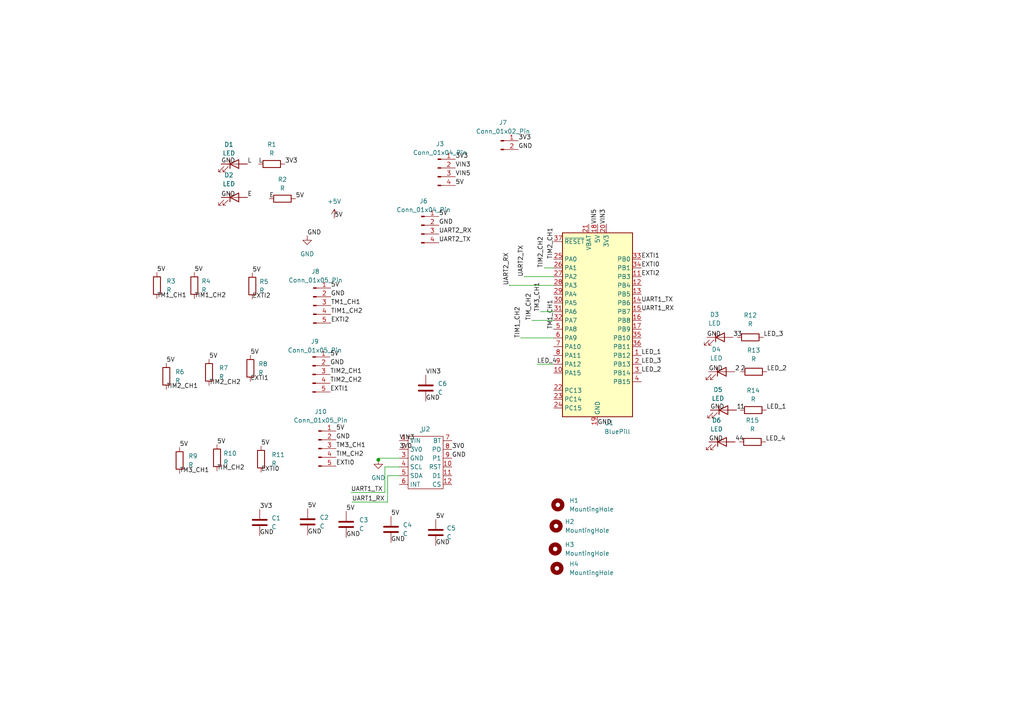
<source format=kicad_sch>
(kicad_sch (version 20230121) (generator eeschema)
  (paper "A4")
  (lib_symbols
    (symbol "Connector:Conn_01x02_Pin" (pin_names (offset 1.016) hide)
      (property "Reference" "J" (at 0 2.54 0))
      (property "Value" "Conn_01x02_Pin" (at 0 -5.08 0))
      (symbol "Conn_01x02_Pin_1_1"
        (polyline (pts (xy 1.27 -2.54) (xy 0.8636 -2.54)) (stroke (width 0.1524)))
        (polyline (pts (xy 1.27 0) (xy 0.8636 0)) (stroke (width 0.1524)))
        (rectangle (start 0.8636 -2.413) (end 0 -2.667) (stroke (width 0.1524)) (fill (type outline)))
        (rectangle (start 0.8636 0.127) (end 0 -0.127) (stroke (width 0.1524)) (fill (type outline)))
        (pin passive line (at 5.08 0 180) (length 3.81) (name "Pin_1") (number "1"))
        (pin passive line (at 5.08 -2.54 180) (length 3.81) (name "Pin_2") (number "2"))
      )
    )
    (symbol "Connector:Conn_01x04_Pin" (pin_names (offset 1.016) hide)
      (property "Reference" "J" (at 0 5.08 0))
      (property "Value" "Conn_01x04_Pin" (at 0 -7.62 0))
      (symbol "Conn_01x04_Pin_1_1"
        (polyline (pts (xy 1.27 -5.08) (xy 0.8636 -5.08)) (stroke (width 0.1524)))
        (polyline (pts (xy 1.27 -2.54) (xy 0.8636 -2.54)) (stroke (width 0.1524)))
        (polyline (pts (xy 1.27 0) (xy 0.8636 0)) (stroke (width 0.1524)))
        (polyline (pts (xy 1.27 2.54) (xy 0.8636 2.54)) (stroke (width 0.1524)))
        (rectangle (start 0.8636 -4.953) (end 0 -5.207) (stroke (width 0.1524)) (fill (type outline)))
        (rectangle (start 0.8636 -2.413) (end 0 -2.667) (stroke (width 0.1524)) (fill (type outline)))
        (rectangle (start 0.8636 0.127) (end 0 -0.127) (stroke (width 0.1524)) (fill (type outline)))
        (rectangle (start 0.8636 2.667) (end 0 2.413) (stroke (width 0.1524)) (fill (type outline)))
        (pin passive line (at 5.08 2.54 180) (length 3.81) (name "Pin_1") (number "1"))
        (pin passive line (at 5.08 0 180) (length 3.81) (name "Pin_2") (number "2"))
        (pin passive line (at 5.08 -2.54 180) (length 3.81) (name "Pin_3") (number "3"))
        (pin passive line (at 5.08 -5.08 180) (length 3.81) (name "Pin_4") (number "4"))
      )
    )
    (symbol "Connector:Conn_01x05_Pin" (pin_names (offset 1.016) hide)
      (property "Reference" "J" (at 0 7.62 0))
      (property "Value" "Conn_01x05_Pin" (at 0 -7.62 0))
      (symbol "Conn_01x05_Pin_1_1"
        (polyline (pts (xy 1.27 -5.08) (xy 0.8636 -5.08)) (stroke (width 0.1524)))
        (polyline (pts (xy 1.27 -2.54) (xy 0.8636 -2.54)) (stroke (width 0.1524)))
        (polyline (pts (xy 1.27 0) (xy 0.8636 0)) (stroke (width 0.1524)))
        (polyline (pts (xy 1.27 2.54) (xy 0.8636 2.54)) (stroke (width 0.1524)))
        (polyline (pts (xy 1.27 5.08) (xy 0.8636 5.08)) (stroke (width 0.1524)))
        (rectangle (start 0.8636 -4.953) (end 0 -5.207) (stroke (width 0.1524)) (fill (type outline)))
        (rectangle (start 0.8636 -2.413) (end 0 -2.667) (stroke (width 0.1524)) (fill (type outline)))
        (rectangle (start 0.8636 0.127) (end 0 -0.127) (stroke (width 0.1524)) (fill (type outline)))
        (rectangle (start 0.8636 2.667) (end 0 2.413) (stroke (width 0.1524)) (fill (type outline)))
        (rectangle (start 0.8636 5.207) (end 0 4.953) (stroke (width 0.1524)) (fill (type outline)))
        (pin passive line (at 5.08 5.08 180) (length 3.81) (name "Pin_1") (number "1"))
        (pin passive line (at 5.08 2.54 180) (length 3.81) (name "Pin_2") (number "2"))
        (pin passive line (at 5.08 0 180) (length 3.81) (name "Pin_3") (number "3"))
        (pin passive line (at 5.08 -2.54 180) (length 3.81) (name "Pin_4") (number "4"))
        (pin passive line (at 5.08 -5.08 180) (length 3.81) (name "Pin_5") (number "5"))
      )
    )
    (symbol "Device:C" (pin_numbers hide) (pin_names (offset 0.254))
      (property "Reference" "C" (at 0.635 2.54 0))
      (property "Value" "C" (at 0.635 -2.54 0))
      (symbol "C_0_1"
        (polyline (pts (xy -2.032 -0.762) (xy 2.032 -0.762)) (stroke (width 0.508)))
        (polyline (pts (xy -2.032 0.762) (xy 2.032 0.762)) (stroke (width 0.508)))
      )
      (symbol "C_1_1"
        (pin passive line (at 0 3.81 270) (length 2.794) (name "~") (number "1"))
        (pin passive line (at 0 -3.81 90) (length 2.794) (name "~") (number "2"))
      )
    )
    (symbol "Device:LED" (pin_numbers hide) (pin_names (offset 1.016) hide)
      (property "Reference" "D" (at 0 2.54 0))
      (property "Value" "LED" (at 0 -2.54 0))
      (symbol "LED_0_1"
        (polyline (pts (xy -1.27 -1.27) (xy -1.27 1.27)) (stroke (width 0.254)))
        (polyline (pts (xy -1.27 0) (xy 1.27 0)))
        (polyline (pts (xy 1.27 -1.27) (xy 1.27 1.27) (xy -1.27 0) (xy 1.27 -1.27)) (stroke (width 0.254)))
        (polyline (pts (xy -3.048 -0.762) (xy -4.572 -2.286) (xy -3.81 -2.286) (xy -4.572 -2.286) (xy -4.572 -1.524)))
        (polyline (pts (xy -1.778 -0.762) (xy -3.302 -2.286) (xy -2.54 -2.286) (xy -3.302 -2.286) (xy -3.302 -1.524)))
      )
      (symbol "LED_1_1"
        (pin passive line (at -3.81 0 0) (length 2.54) (name "K") (number "1"))
        (pin passive line (at 3.81 0 180) (length 2.54) (name "A") (number "2"))
      )
    )
    (symbol "Device:R" (pin_numbers hide) (pin_names (offset 0))
      (property "Reference" "R" (at 2.032 0 90))
      (property "Value" "R" (at 0 0 90))
      (symbol "R_0_1"
        (rectangle (start -1.016 -2.54) (end 1.016 2.54) (stroke (width 0.254)))
      )
      (symbol "R_1_1"
        (pin passive line (at 0 3.81 270) (length 1.27) (name "~") (number "1"))
        (pin passive line (at 0 -3.81 90) (length 1.27) (name "~") (number "2"))
      )
    )
    (symbol "MY_LIB:BluePill"
      (property "Reference" "U" (at 7.62 31.75 0))
      (property "Value" "BluePill" (at 7.62 29.21 0))
      (symbol "BluePill_0_1"
        (rectangle (start -10.16 27.94) (end 10.16 -25.4) (stroke (width 0.254)) (fill (type background)))
      )
      (symbol "BluePill_1_1"
        (pin bidirectional line (at 12.7 -7.62 180) (length 2.54) (name "PB12") (number "1"))
        (pin bidirectional line (at -12.7 -12.7 0) (length 2.54) (name "PA15") (number "10"))
        (pin bidirectional line (at 12.7 15.24 180) (length 2.54) (name "PB3") (number "11"))
        (pin bidirectional line (at 12.7 12.7 180) (length 2.54) (name "PB4") (number "12"))
        (pin bidirectional line (at 12.7 10.16 180) (length 2.54) (name "PB5") (number "13"))
        (pin bidirectional line (at 12.7 7.62 180) (length 2.54) (name "PB6") (number "14"))
        (pin bidirectional line (at 12.7 5.08 180) (length 2.54) (name "PB7") (number "15"))
        (pin bidirectional line (at 12.7 2.54 180) (length 2.54) (name "PB8") (number "16"))
        (pin bidirectional line (at 12.7 0 180) (length 2.54) (name "PB9") (number "17"))
        (pin passive line (at 0 30.48 270) (length 2.54) (name "5V") (number "18"))
        (pin power_in line (at 0 -27.94 90) (length 2.54) (name "GND") (number "19"))
        (pin bidirectional line (at 12.7 -10.16 180) (length 2.54) (name "PB13") (number "2"))
        (pin power_out line (at 2.54 30.48 270) (length 2.54) (name "3V3") (number "20"))
        (pin power_in line (at -2.54 30.48 270) (length 2.54) (name "VBAT") (number "21"))
        (pin bidirectional line (at -12.7 -17.78 0) (length 2.54) (name "PC13") (number "22"))
        (pin bidirectional line (at -12.7 -20.32 0) (length 2.54) (name "PC14") (number "23"))
        (pin bidirectional line (at -12.7 -22.86 0) (length 2.54) (name "PC15") (number "24"))
        (pin bidirectional line (at -12.7 20.32 0) (length 2.54) (name "PA0") (number "25"))
        (pin bidirectional line (at -12.7 17.78 0) (length 2.54) (name "PA1") (number "26"))
        (pin bidirectional line (at -12.7 15.24 0) (length 2.54) (name "PA2") (number "27"))
        (pin bidirectional line (at -12.7 12.7 0) (length 2.54) (name "PA3") (number "28"))
        (pin bidirectional line (at -12.7 10.16 0) (length 2.54) (name "PA4") (number "29"))
        (pin bidirectional line (at 12.7 -12.7 180) (length 2.54) (name "PB14") (number "3"))
        (pin bidirectional line (at -12.7 7.62 0) (length 2.54) (name "PA5") (number "30"))
        (pin bidirectional line (at -12.7 5.08 0) (length 2.54) (name "PA6") (number "31"))
        (pin bidirectional line (at -12.7 2.54 0) (length 2.54) (name "PA7") (number "32"))
        (pin bidirectional line (at 12.7 20.32 180) (length 2.54) (name "PB0") (number "33"))
        (pin bidirectional line (at 12.7 17.78 180) (length 2.54) (name "PB1") (number "34"))
        (pin bidirectional line (at 12.7 -2.54 180) (length 2.54) (name "PB10") (number "35"))
        (pin bidirectional line (at 12.7 -5.08 180) (length 2.54) (name "PB11") (number "36"))
        (pin input line (at -12.7 25.4 0) (length 2.54) (name "~{RESET}") (number "37"))
        (pin passive line (at 2.54 30.48 270) (length 2.54) hide (name "3V3") (number "38"))
        (pin passive line (at 0 -27.94 90) (length 2.54) hide (name "GND") (number "39"))
        (pin bidirectional line (at 12.7 -15.24 180) (length 2.54) (name "PB15") (number "4"))
        (pin passive line (at 0 -27.94 90) (length 2.54) hide (name "GND") (number "40"))
        (pin bidirectional line (at -12.7 0 0) (length 2.54) (name "PA8") (number "5"))
        (pin bidirectional line (at -12.7 -2.54 0) (length 2.54) (name "PA9") (number "6"))
        (pin bidirectional line (at -12.7 -5.08 0) (length 2.54) (name "PA10") (number "7"))
        (pin bidirectional line (at -12.7 -7.62 0) (length 2.54) (name "PA11") (number "8"))
        (pin bidirectional line (at -12.7 -10.16 0) (length 2.54) (name "PA12") (number "9"))
      )
    )
    (symbol "Mechanical:MountingHole" (pin_names (offset 1.016))
      (property "Reference" "H" (at 0 5.08 0))
      (property "Value" "MountingHole" (at 0 3.175 0))
      (symbol "MountingHole_0_1"
        (circle (center 0 0) (radius 1.27) (stroke (width 1.27)))
      )
    )
    (symbol "bno08:bno08"
      (property "Reference" "U" (at 0 0 0))
      (symbol "bno08_0_1"
        (rectangle (start -3.81 -1.27) (end 6.35 -16.51))
      )
      (symbol "bno08_1_1"
        (pin free line (at -6.35 -2.54 0) (length 2.54) (name "VIN") (number "1"))
        (pin free line (at 8.89 -10.16 180) (length 2.54) (name "RST") (number "10"))
        (pin free line (at 8.89 -12.7 180) (length 2.54) (name "D1") (number "11"))
        (pin free line (at 8.89 -15.24 180) (length 2.54) (name "CS") (number "12"))
        (pin free line (at -6.35 -5.08 0) (length 2.54) (name "3V0") (number "2"))
        (pin free line (at -6.35 -7.62 0) (length 2.54) (name "GND") (number "3"))
        (pin free line (at -6.35 -10.16 0) (length 2.54) (name "SCL") (number "4"))
        (pin free line (at -6.35 -12.7 0) (length 2.54) (name "SDA") (number "5"))
        (pin free line (at -6.35 -15.24 0) (length 2.54) (name "INT") (number "6"))
        (pin free line (at 8.89 -2.54 180) (length 2.54) (name "BT") (number "7"))
        (pin free line (at 8.89 -5.08 180) (length 2.54) (name "PO") (number "8"))
        (pin free line (at 8.89 -7.62 180) (length 2.54) (name "P1") (number "9"))
      )
    )
    (symbol "power:+5V" (power) (pin_names (offset 0))
      (property "Value" "+5V" (at 0 3.556 0))
      (symbol "+5V_0_1"
        (polyline (pts (xy -0.762 1.27) (xy 0 2.54)))
        (polyline (pts (xy 0 0) (xy 0 2.54)))
        (polyline (pts (xy 0 2.54) (xy 0.762 1.27)))
      )
      (symbol "+5V_1_1"
        (pin power_in line (at 0 0 90) (length 0) hide (name "+5V") (number "1"))
      )
    )
    (symbol "power:GND" (power) (pin_names (offset 0))
      (property "Value" "GND" (at 0 -3.81 0))
      (symbol "GND_0_1"
        (polyline (pts (xy 0 0) (xy 0 -1.27) (xy 1.27 -1.27) (xy 0 -2.54) (xy -1.27 -1.27) (xy 0 -1.27)))
      )
      (symbol "GND_1_1"
        (pin power_in line (at 0 0 270) (length 0) hide (name "GND") (number "1"))
      )
    )
  )
  (junction (at 109.728 133.3754))
  (wire (pts (xy 147.7518 82.7278) (xy 147.7518 82.7786)))
  (wire (pts (xy 154.3304 92.9386) (xy 160.6042 92.9386)))
  (wire (pts (xy 102.0826 145.6182) (xy 112.4204 145.6182)))
  (wire (pts (xy 109.728 132.8928) (xy 109.728 133.3754)))
  (wire (pts (xy 112.4204 137.9728) (xy 115.824 137.9728)))
  (wire (pts (xy 152.0698 80.264) (xy 152.1206 80.264)))
  (wire (pts (xy 154.3304 92.964) (xy 154.3304 92.9386)))
  (wire (pts (xy 152.1206 80.2386) (xy 160.6042 80.2386)))
  (wire (pts (xy 109.728 133.3754) (xy 109.728 133.5532)))
  (wire (pts (xy 111.633 135.4328) (xy 115.824 135.4328)))
  (wire (pts (xy 156.7942 90.3986) (xy 160.6042 90.3986)))
  (wire (pts (xy 155.7274 105.6386) (xy 160.6042 105.6386)))
  (wire (pts (xy 151.1046 98.0186) (xy 160.6042 98.0186)))
  (wire (pts (xy 101.8032 142.8242) (xy 111.633 142.8242)))
  (wire (pts (xy 112.4204 145.6182) (xy 112.4204 137.9728)))
  (wire (pts (xy 157.8102 77.6986) (xy 160.6042 77.6986)))
  (wire (pts (xy 115.824 132.8928) (xy 109.728 132.8928)))
  (wire (pts (xy 147.7518 82.7786) (xy 160.6042 82.7786)))
  (wire (pts (xy 147.828 82.7278) (xy 147.7518 82.7278)))
  (wire (pts (xy 151.1046 98.0694) (xy 151.1046 98.0186)))
  (wire (pts (xy 152.1206 80.264) (xy 152.1206 80.2386)))
  (wire (pts (xy 111.633 142.8242) (xy 111.633 135.4328)))
  (label "GND" (at 89.1032 68.4022 0))
  (label "TM1_CH1" (at 160.6042 95.4786 90))
  (label "3V3" (at 82.6262 47.5742 0))
  (label "5V" (at 95.9612 83.5406 0))
  (label "EXTI2" (at 186.0042 80.2386 0))
  (label "E" (at 78.105 57.6326 0))
  (label "5V" (at 97.4598 125.0188 0))
  (label "E" (at 71.7804 57.2516 0))
  (label "5V" (at 75.7174 129.3622 0))
  (label "GND" (at 131.064 132.8928 0))
  (label "LED_1" (at 186.0042 103.0986 0))
  (label "GND" (at 64.1604 47.5742 0))
  (label "VIN3" (at 115.824 127.8128 0))
  (label "TIM1_CH2" (at 56.3626 86.6394 0))
  (label "4" (at 214.4268 128.1684 0))
  (label "2" (at 214.7824 107.823 0))
  (label "GND" (at 127.3048 65.3288 0))
  (label "UART2_TX" (at 152.0698 80.264 90))
  (label "TIM2_CH2" (at 95.758 111.1504 0))
  (label "UART1_RX" (at 186.0042 90.3986 0))
  (label "LED_3" (at 186.0042 105.6386 0))
  (label "VIN3" (at 175.8442 64.9986 90))
  (label "VIN5" (at 132.08 51.2572 0))
  (label "5V" (at 96.9518 63.2714 0))
  (label "TIM_CH2" (at 97.4598 132.6388 0))
  (label "5V" (at 52.0954 129.7432 0))
  (label "EXTI0" (at 75.7174 136.9822 0))
  (label "LED_2" (at 222.4024 107.823 0))
  (label "TIM2_CH1" (at 48.2346 112.9538 0))
  (label "TIM_CH2" (at 154.3304 92.964 90))
  (label "3" (at 212.6488 97.8408 0))
  (label "5V" (at 48.2346 105.3338 0))
  (label "GND" (at 123.4948 116.3574 0))
  (label "GND" (at 97.4598 127.5588 0))
  (label "GND" (at 95.9612 86.0806 0))
  (label "3V3" (at 75.3364 147.7264 0))
  (label "GND" (at 150.3426 43.3578 0))
  (label "VIN5" (at 173.3042 64.9986 90))
  (label "5V" (at 62.9412 128.9812 0))
  (label "GND" (at 206.0194 118.9482 0))
  (label "3V3" (at 132.08 46.1772 0))
  (label "TM1_CH1" (at 45.5168 86.6394 0))
  (label "TM3_CH1" (at 156.7942 90.3986 90))
  (label "UART1_TX" (at 186.0042 87.8586 0))
  (label "TIM1_CH2" (at 151.1046 98.0694 90))
  (label "3V3" (at 150.3426 40.8178 0))
  (label "TM3_CH1" (at 52.0954 137.3632 0))
  (label "5V" (at 85.725 57.6326 0))
  (label "LED_4" (at 155.7274 105.6386 0))
  (label "L" (at 71.7804 47.5742 0))
  (label "GND" (at 75.3364 155.3464 0))
  (label "5V" (at 132.08 53.7972 0))
  (label "UART2_TX" (at 127.3048 70.4088 0))
  (label "VIN3" (at 132.08 48.7172 0))
  (label "5V" (at 113.411 149.733 0))
  (label "EXTI1" (at 186.0042 75.1586 0))
  (label "2" (at 213.1568 107.823 0))
  (label "TM3_CH1" (at 97.4598 130.0988 0))
  (label "1" (at 213.6394 118.9482 0))
  (label "LED_1" (at 222.2754 118.9482 0))
  (label "5V" (at 126.3904 150.6474 0))
  (label "EXTI2" (at 95.9612 93.7006 0))
  (label "3V0" (at 115.824 130.3528 0))
  (label "4" (at 213.233 128.1684 0))
  (label "3V0" (at 131.064 130.3528 0))
  (label "VIN3" (at 123.4948 108.7374 0))
  (label "GND" (at 173.3042 123.4186 0))
  (label "UART2_RX" (at 127.3048 67.8688 0))
  (label "5V" (at 100.4062 148.2852 0))
  (label "GND" (at 64.1604 57.2516 0))
  (label "GND" (at 100.4062 155.9052 0))
  (label "GND" (at 205.613 128.1684 0))
  (label "LED_2" (at 186.0042 108.1786 0))
  (label "LED_4" (at 222.0468 128.1684 0))
  (label "5V" (at 89.2302 147.5486 0))
  (label "EXTI0" (at 186.0042 77.6986 0))
  (label "LED_3" (at 221.4372 97.8408 0))
  (label "TIM1_CH2" (at 95.9612 91.1606 0))
  (label "EXTI0" (at 97.4598 135.1788 0))
  (label "TIM_CH2" (at 62.9412 136.6012 0))
  (label "GND" (at 205.5368 107.823 0))
  (label "5V" (at 73.1774 79.1464 0))
  (label "TIM2_CH2" (at 60.6298 111.8108 0))
  (label "UART1_RX" (at 102.0826 145.6182 0))
  (label "EXTI1" (at 72.6186 110.6424 0))
  (label "GND" (at 205.0288 97.8408 0))
  (label "1" (at 214.6554 118.9482 0))
  (label "EXTI1" (at 95.758 113.6904 0))
  (label "UART1_TX" (at 101.8032 142.8242 0))
  (label "5V" (at 45.5168 79.0194 0))
  (label "EXTI2" (at 73.1774 86.7664 0))
  (label "TIM2_CH2" (at 157.8102 77.6986 90))
  (label "TIM2_CH1" (at 95.758 108.6104 0))
  (label "L" (at 75.0062 47.5742 0))
  (label "GND" (at 89.2302 155.1686 0))
  (label "5V" (at 72.6186 103.0224 0))
  (label "GND" (at 113.411 157.353 0))
  (label "5V" (at 127.3048 62.7888 0))
  (label "UART2_RX" (at 147.828 82.7278 90))
  (label "TIM2_CH1" (at 160.6042 75.1586 90))
  (label "5V" (at 60.6298 104.1908 0))
  (label "5V" (at 95.758 103.5304 0))
  (label "5V" (at 56.3626 79.0194 0))
  (label "GND" (at 95.758 106.0704 0))
  (label "GND" (at 126.3904 158.2674 0))
  (label "3" (at 213.8172 97.8408 0))
  (label "TM1_CH1" (at 95.9612 88.6206 0))
  (symbol (lib_id "Device:C") (at 123.4948 112.5474 0) (unit 1)
    (property "Reference" "C6" (at 127 111.2774 0) (effects (justify left)))
    (property "Value" "C" (at 127 113.8174 0) (effects (justify left)))
    (property "Footprint" "MY_LIB:Capacitor_Disc_Small" (effects hide))
  )
  (symbol (lib_id "Connector:Conn_01x04_Pin") (at 127 48.7172 0) (unit 1)
    (property "Reference" "J3" (at 127.635 41.7322 0))
    (property "Value" "Conn_01x04_Pin" (at 127.635 44.2722 0))
    (property "Footprint" "Connector_PinHeader_2.54mm:PinHeader_1x04_P2.54mm_Vertical" (effects hide))
  )
  (symbol (lib_id "Device:R") (at 48.2346 109.1438 0) (unit 1)
    (property "Reference" "R6" (at 50.8 107.8738 0) (effects (justify left)))
    (property "Value" "R" (at 50.8 110.4138 0) (effects (justify left)))
    (property "Footprint" "MY_LIB:Resistor_small" (effects hide))
  )
  (symbol (lib_id "Device:R") (at 78.8162 47.5742 90) (unit 1)
    (property "Reference" "R1" (at 78.8162 41.91 90))
    (property "Value" "R" (at 78.8162 44.45 90))
    (property "Footprint" "MY_LIB:Resistor_small" (effects hide))
  )
  (symbol (lib_id "Device:C") (at 113.411 153.543 0) (unit 1)
    (property "Reference" "C4" (at 116.84 152.273 0) (effects (justify left)))
    (property "Value" "C" (at 116.84 154.813 0) (effects (justify left)))
    (property "Footprint" "MY_LIB:Capacitor_Disc_Small" (effects hide))
  )
  (symbol (lib_id "Device:R") (at 62.9412 132.7912 0) (unit 1)
    (property "Reference" "R10" (at 64.77 131.5212 0) (effects (justify left)))
    (property "Value" "R" (at 64.77 134.0612 0) (effects (justify left)))
    (property "Footprint" "MY_LIB:Resistor_small" (effects hide))
  )
  (symbol (lib_id "Device:R") (at 218.2368 128.1684 90) (unit 1)
    (property "Reference" "R15" (at 218.2368 121.92 90))
    (property "Value" "R" (at 218.2368 124.46 90))
    (property "Footprint" "MY_LIB:Resistor_small" (effects hide))
  )
  (symbol (lib_id "Connector:Conn_01x05_Pin") (at 90.8812 88.6206 0) (unit 1)
    (property "Reference" "J8" (at 91.5162 78.74 0))
    (property "Value" "Conn_01x05_Pin" (at 91.5162 81.28 0))
    (property "Footprint" "Connector_JST:JST_EH_B5B-EH-A_1x05_P2.50mm_Vertical" (effects hide))
  )
  (symbol (lib_id "Device:LED") (at 67.9704 57.2516 0) (unit 1)
    (property "Reference" "D2" (at 66.3829 50.8 0))
    (property "Value" "LED" (at 66.3829 53.34 0))
    (property "Footprint" "MY_LIB:LED_D3.0mm" (effects hide))
  )
  (symbol (lib_id "Device:LED") (at 209.423 128.1684 0) (unit 1)
    (property "Reference" "D6" (at 207.8355 121.92 0))
    (property "Value" "LED" (at 207.8355 124.46 0))
    (property "Footprint" "MY_LIB:LED_D3.0mm" (effects hide))
  )
  (symbol (lib_id "power:GND") (at 89.1032 68.4022 0) (unit 1)
    (property "Reference" "#PWR01" (effects hide))
    (property "Value" "GND" (at 89.1032 73.66 0))
  )
  (symbol (lib_id "Device:C") (at 100.4062 152.0952 0) (unit 1)
    (property "Reference" "C3" (at 104.14 150.8252 0) (effects (justify left)))
    (property "Value" "C" (at 104.14 153.3652 0) (effects (justify left)))
    (property "Footprint" "MY_LIB:Capacitor_Disc_Small" (effects hide))
  )
  (symbol (lib_id "Device:C") (at 89.2302 151.3586 0) (unit 1)
    (property "Reference" "C2" (at 92.71 150.0886 0) (effects (justify left)))
    (property "Value" "C" (at 92.71 152.6286 0) (effects (justify left)))
    (property "Footprint" "MY_LIB:Capacitor_100uF" (effects hide))
  )
  (symbol (lib_id "Device:R") (at 218.5924 107.823 90) (unit 1)
    (property "Reference" "R13" (at 218.5924 101.6 90))
    (property "Value" "R" (at 218.5924 104.14 90))
    (property "Footprint" "MY_LIB:Resistor_small" (effects hide))
  )
  (symbol (lib_id "Mechanical:MountingHole") (at 161.544 164.846 0) (unit 1)
    (property "Reference" "H4" (at 165.1 163.576 0) (effects (justify left)))
    (property "Value" "MountingHole" (at 165.1 166.116 0) (effects (justify left)))
    (property "Footprint" "MountingHole:MountingHole_3.2mm_M3" (effects hide))
  )
  (symbol (lib_id "Device:R") (at 81.915 57.6326 90) (unit 1)
    (property "Reference" "R2" (at 81.915 52.07 90))
    (property "Value" "R" (at 81.915 54.61 90))
    (property "Footprint" "MY_LIB:Resistor_small" (effects hide))
  )
  (symbol (lib_id "Device:R") (at 52.0954 133.5532 0) (unit 1)
    (property "Reference" "R9" (at 54.61 132.2832 0) (effects (justify left)))
    (property "Value" "R" (at 54.61 134.8232 0) (effects (justify left)))
    (property "Footprint" "MY_LIB:Resistor_small" (effects hide))
  )
  (symbol (lib_id "Connector:Conn_01x05_Pin") (at 90.678 108.6104 0) (unit 1)
    (property "Reference" "J9" (at 91.313 99.06 0))
    (property "Value" "Conn_01x05_Pin" (at 91.313 101.6 0))
    (property "Footprint" "Connector_JST:JST_EH_B5B-EH-A_1x05_P2.50mm_Vertical" (effects hide))
  )
  (symbol (lib_id "Device:R") (at 45.5168 82.8294 0) (unit 1)
    (property "Reference" "R3" (at 48.26 81.5594 0) (effects (justify left)))
    (property "Value" "R" (at 48.26 84.0994 0) (effects (justify left)))
    (property "Footprint" "MY_LIB:Resistor_small" (effects hide))
  )
  (symbol (lib_id "Mechanical:MountingHole") (at 161.036 159.2326 0) (unit 1)
    (property "Reference" "H3" (at 163.83 157.9626 0) (effects (justify left)))
    (property "Value" "MountingHole" (at 163.83 160.5026 0) (effects (justify left)))
    (property "Footprint" "MountingHole:MountingHole_3.2mm_M3" (effects hide))
  )
  (symbol (lib_id "MY_LIB:BluePill") (at 173.3042 95.4786 0) (unit 1)
    (property "Reference" "U1" (at 175.2601 122.6566 0) (effects (justify left)))
    (property "Value" "BluePill" (at 175.2601 125.1966 0) (effects (justify left)))
    (property "Footprint" "MY_LIB:STM32_BLUEPLL_MOD" (effects hide))
    (property "Datasheet" "http://www.vcc-gnd.com/cp/stm32hxb/stm32f1xxhexinban/" (effects hide))
  )
  (symbol (lib_id "Device:LED") (at 67.9704 47.5742 0) (unit 1)
    (property "Reference" "D1" (at 66.3829 41.91 0))
    (property "Value" "LED" (at 66.3829 44.45 0))
    (property "Footprint" "MY_LIB:LED_D3.0mm" (effects hide))
  )
  (symbol (lib_id "Device:R") (at 73.1774 82.9564 0) (unit 1)
    (property "Reference" "R5" (at 75.2094 81.6864 0) (effects (justify left)))
    (property "Value" "R" (at 75.2094 84.2264 0) (effects (justify left)))
    (property "Footprint" "MY_LIB:Resistor_small" (effects hide))
  )
  (symbol (lib_id "Device:C") (at 126.3904 154.4574 0) (unit 1)
    (property "Reference" "C5" (at 129.54 153.1874 0) (effects (justify left)))
    (property "Value" "C" (at 129.54 155.7274 0) (effects (justify left)))
    (property "Footprint" "MY_LIB:Capacitor_Disc_Small" (effects hide))
  )
  (symbol (lib_id "Device:R") (at 218.4654 118.9482 90) (unit 1)
    (property "Reference" "R14" (at 218.4654 113.2586 90))
    (property "Value" "R" (at 218.4654 115.7986 90))
    (property "Footprint" "MY_LIB:Resistor_small" (effects hide))
  )
  (symbol (lib_id "bno08:bno08") (at 122.174 125.2728 0) (unit 1)
    (property "Reference" "U2" (at 123.444 124.46 0))
    (property "Value" "~" (at 122.174 125.2728 0))
    (property "Footprint" "bno08:bno08" (effects hide))
  )
  (symbol (lib_id "Mechanical:MountingHole") (at 161.29 152.5778 0) (unit 1)
    (property "Reference" "H2" (at 163.83 151.3078 0) (effects (justify left)))
    (property "Value" "MountingHole" (at 163.83 153.8478 0) (effects (justify left)))
    (property "Footprint" "MountingHole:MountingHole_3.2mm_M3" (effects hide))
  )
  (symbol (lib_id "Device:R") (at 60.6298 108.0008 0) (unit 1)
    (property "Reference" "R7" (at 63.5 106.7308 0) (effects (justify left)))
    (property "Value" "R" (at 63.5 109.2708 0) (effects (justify left)))
    (property "Footprint" "MY_LIB:Resistor_small" (effects hide))
  )
  (symbol (lib_id "Device:R") (at 56.3626 82.8294 0) (unit 1)
    (property "Reference" "R4" (at 58.42 81.5594 0) (effects (justify left)))
    (property "Value" "R" (at 58.42 84.0994 0) (effects (justify left)))
    (property "Footprint" "MY_LIB:Resistor_small" (effects hide))
  )
  (symbol (lib_id "Connector:Conn_01x05_Pin") (at 92.3798 130.0988 0) (unit 1)
    (property "Reference" "J10" (at 93.0148 119.38 0))
    (property "Value" "Conn_01x05_Pin" (at 93.0148 121.92 0))
    (property "Footprint" "Connector_JST:JST_EH_B5B-EH-A_1x05_P2.50mm_Vertical" (effects hide))
  )
  (symbol (lib_id "Device:LED") (at 209.8294 118.9482 0) (unit 1)
    (property "Reference" "D5" (at 208.2419 113.03 0))
    (property "Value" "LED" (at 208.2419 115.57 0))
    (property "Footprint" "MY_LIB:LED_D3.0mm" (effects hide))
  )
  (symbol (lib_id "Device:R") (at 217.6272 97.8408 90) (unit 1)
    (property "Reference" "R12" (at 217.6272 91.44 90))
    (property "Value" "R" (at 217.6272 93.98 90))
    (property "Footprint" "MY_LIB:Resistor_small" (effects hide))
  )
  (symbol (lib_id "power:+5V") (at 96.9518 63.2714 0) (unit 1)
    (property "Reference" "#PWR02" (effects hide))
    (property "Value" "+5V" (at 96.9518 58.42 0))
  )
  (symbol (lib_id "Device:LED") (at 208.8388 97.8408 0) (unit 1)
    (property "Reference" "D3" (at 207.2513 91.2368 0))
    (property "Value" "LED" (at 207.2513 93.7768 0))
    (property "Footprint" "MY_LIB:LED_D3.0mm" (effects hide))
  )
  (symbol (lib_id "Device:C") (at 75.3364 151.5364 0) (unit 1)
    (property "Reference" "C1" (at 78.74 150.2664 0) (effects (justify left)))
    (property "Value" "C" (at 78.74 152.8064 0) (effects (justify left)))
    (property "Footprint" "MY_LIB:Capacitor_10uF" (effects hide))
  )
  (symbol (lib_id "Connector:Conn_01x04_Pin") (at 122.2248 65.3288 0) (unit 1)
    (property "Reference" "J6" (at 122.8598 58.3184 0))
    (property "Value" "Conn_01x04_Pin" (at 122.8598 60.8584 0))
    (property "Footprint" "MY_LIB:jst_4" (effects hide))
  )
  (symbol (lib_id "Connector:Conn_01x02_Pin") (at 145.2626 40.8178 0) (unit 1)
    (property "Reference" "J7" (at 145.8976 35.56 0))
    (property "Value" "Conn_01x02_Pin" (at 145.8976 38.1 0))
    (property "Footprint" "Connector_JST:JST_EH_B2B-EH-A_1x02_P2.50mm_Vertical" (effects hide))
  )
  (symbol (lib_id "Device:R") (at 72.6186 106.8324 0) (unit 1)
    (property "Reference" "R8" (at 74.93 105.5624 0) (effects (justify left)))
    (property "Value" "R" (at 74.93 108.1024 0) (effects (justify left)))
    (property "Footprint" "MY_LIB:Resistor_small" (effects hide))
  )
  (symbol (lib_id "Device:R") (at 75.7174 133.1722 0) (unit 1)
    (property "Reference" "R11" (at 78.74 131.9022 0) (effects (justify left)))
    (property "Value" "R" (at 78.74 134.4422 0) (effects (justify left)))
    (property "Footprint" "MY_LIB:Resistor_small" (effects hide))
  )
  (symbol (lib_id "Device:LED") (at 209.3468 107.823 0) (unit 1)
    (property "Reference" "D4" (at 207.7593 101.346 0))
    (property "Value" "LED" (at 207.7593 103.886 0))
    (property "Footprint" "MY_LIB:LED_D3.0mm" (effects hide))
  )
  (symbol (lib_id "Mechanical:MountingHole") (at 161.798 146.431 0) (unit 1)
    (property "Reference" "H1" (at 165.1 145.161 0) (effects (justify left)))
    (property "Value" "MountingHole" (at 165.1 147.701 0) (effects (justify left)))
    (property "Footprint" "MountingHole:MountingHole_3.2mm_M3" (effects hide))
  )
  (symbol (lib_id "power:GND") (at 109.728 133.3754 0) (mirror y) (unit 1)
    (property "Reference" "#PWR03" (effects hide))
    (property "Value" "GND" (at 109.728 138.5824 0))
  )
)
</source>
